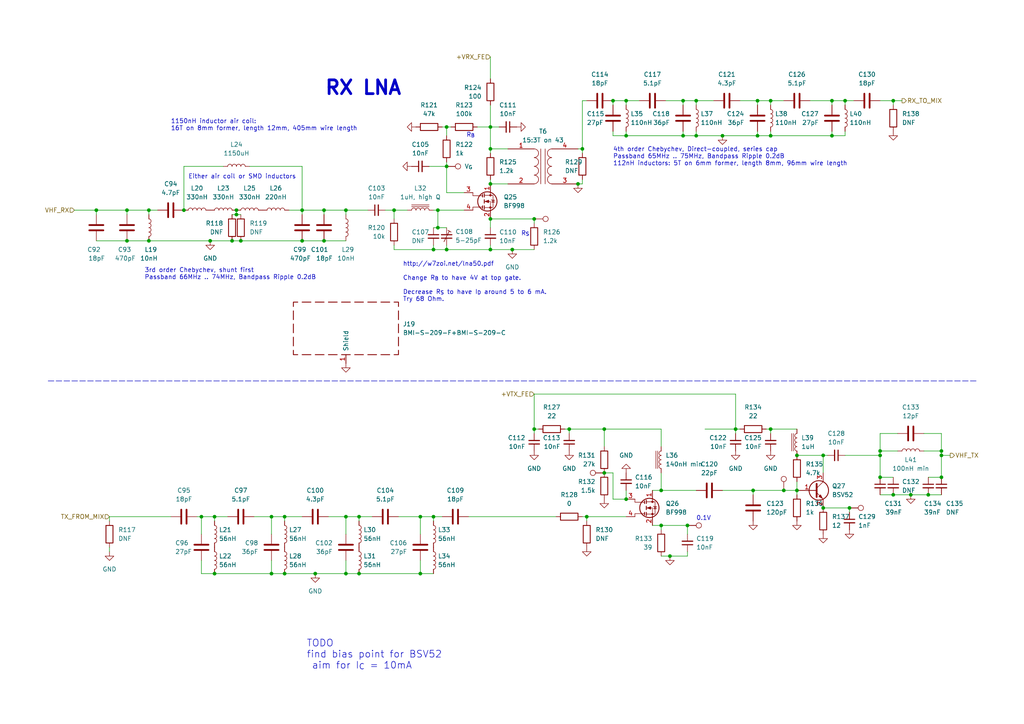
<source format=kicad_sch>
(kicad_sch (version 20211123) (generator eeschema)
  (paper "A4")
  (title_block (title "DART-70 TRX") (date "2023-03-08") (rev "0") (company "HB9EGM") (comment 1 "A 4m Band SSB/CW Transceiver") (comment 2 "VHF Frontend"))
  (junction (at 255.27 138.43))
  (junction (at 255.27 130.81))
  (junction (at 264.16 143.51))
  (junction (at 191.77 142.24))
  (junction (at 104.14 149.86))
  (junction (at 129.54 72.39))
  (junction (at 154.94 124.46))
  (junction (at 241.3 39.37))
  (junction (at 181.61 144.78))
  (junction (at 259.08 143.51))
  (junction (at 273.05 130.81))
  (junction (at 100.33 60.96))
  (junction (at 273.05 138.43))
  (junction (at 125.73 72.39))
  (junction (at 201.93 29.21))
  (junction (at 181.61 29.21))
  (junction (at 67.31 69.85))
  (junction (at 53.34 60.96))
  (junction (at 43.18 69.85))
  (junction (at 129.54 36.83))
  (junction (at 223.52 29.21))
  (junction (at 154.94 63.5))
  (junction (at 62.23 166.37))
  (junction (at 209.55 39.37))
  (junction (at 198.12 29.21))
  (junction (at 148.59 72.39))
  (junction (at 142.24 72.39))
  (junction (at 60.96 69.85))
  (junction (at 142.24 43.18))
  (junction (at 191.77 152.4))
  (junction (at 259.08 29.21))
  (junction (at 168.91 43.18))
  (junction (at 238.76 147.32))
  (junction (at 269.24 143.51))
  (junction (at 127 66.04))
  (junction (at 142.24 63.5))
  (junction (at 255.27 132.08))
  (junction (at 219.71 39.37))
  (junction (at 93.98 69.85))
  (junction (at 121.92 166.37))
  (junction (at 127 60.96))
  (junction (at 199.39 152.4))
  (junction (at 36.83 60.96))
  (junction (at 246.38 147.32))
  (junction (at 227.33 142.24))
  (junction (at 241.3 29.21))
  (junction (at 68.58 62.23))
  (junction (at 213.36 124.46))
  (junction (at 100.33 149.86))
  (junction (at 165.1 124.46))
  (junction (at 273.05 132.08))
  (junction (at 114.3 60.96))
  (junction (at 82.55 149.86))
  (junction (at 36.83 69.85))
  (junction (at 170.18 149.86))
  (junction (at 78.74 149.86))
  (junction (at 231.14 142.24))
  (junction (at 93.98 60.96))
  (junction (at 218.44 142.24))
  (junction (at 129.54 48.26))
  (junction (at 142.24 53.34))
  (junction (at 201.93 39.37))
  (junction (at 104.14 166.37))
  (junction (at 27.94 60.96))
  (junction (at 219.71 29.21))
  (junction (at 231.14 132.08))
  (junction (at 78.74 166.37))
  (junction (at 87.63 69.85))
  (junction (at 223.52 124.46))
  (junction (at 69.85 69.85))
  (junction (at 245.11 29.21))
  (junction (at 198.12 39.37))
  (junction (at 175.26 124.46))
  (junction (at 125.73 149.86))
  (junction (at 87.63 60.96))
  (junction (at 82.55 166.37))
  (junction (at 194.31 161.29))
  (junction (at 181.61 39.37))
  (junction (at 223.52 39.37))
  (junction (at 167.64 53.34))
  (junction (at 68.58 60.96))
  (junction (at 43.18 60.96))
  (junction (at 177.8 29.21))
  (junction (at 142.24 36.83))
  (junction (at 121.92 149.86))
  (junction (at 238.76 132.08))
  (junction (at 62.23 149.86))
  (junction (at 91.44 166.37))
  (junction (at 100.33 166.37))
  (junction (at 58.42 149.86))
  (junction (at 175.26 137.16))
  (wire (pts (xy 67.31 69.85) (xy 69.85 69.85)))
  (wire (pts (xy 181.61 29.21) (xy 181.61 30.48)))
  (wire (pts (xy 147.32 53.34) (xy 142.24 53.34)))
  (wire (pts (xy 219.71 39.37) (xy 219.71 38.1)))
  (wire (pts (xy 121.92 154.94) (xy 121.92 149.86)))
  (wire (pts (xy 93.98 60.96) (xy 93.98 62.23)))
  (wire (pts (xy 36.83 69.85) (xy 43.18 69.85)))
  (wire (pts (xy 213.36 125.73) (xy 213.36 124.46)))
  (wire (pts (xy 31.75 158.75) (xy 31.75 160.02)))
  (wire (pts (xy 154.94 125.73) (xy 154.94 124.46)))
  (wire (pts (xy 58.42 154.94) (xy 58.42 149.86)))
  (wire (pts (xy 273.05 138.43) (xy 269.24 138.43)))
  (wire (pts (xy 255.27 143.51) (xy 259.08 143.51)))
  (wire (pts (xy 238.76 132.08) (xy 240.03 132.08)))
  (wire (pts (xy 246.38 147.32) (xy 238.76 147.32)))
  (wire (pts (xy 82.55 151.13) (xy 82.55 149.86)))
  (wire (pts (xy 218.44 142.24) (xy 218.44 143.51)))
  (wire (pts (xy 255.27 130.81) (xy 255.27 132.08)))
  (wire (pts (xy 57.15 149.86) (xy 58.42 149.86)))
  (wire (pts (xy 31.75 149.86) (xy 49.53 149.86)))
  (wire (pts (xy 148.59 72.39) (xy 142.24 72.39)))
  (wire (pts (xy 223.52 39.37) (xy 241.3 39.37)))
  (wire (pts (xy 246.38 148.59) (xy 246.38 147.32)))
  (wire (pts (xy 177.8 137.16) (xy 177.8 144.78)))
  (wire (pts (xy 60.96 69.85) (xy 67.31 69.85)))
  (wire (pts (xy 27.94 60.96) (xy 36.83 60.96)))
  (wire (pts (xy 154.94 114.3) (xy 213.36 114.3)))
  (wire (pts (xy 125.73 60.96) (xy 127 60.96)))
  (wire (pts (xy 219.71 29.21) (xy 223.52 29.21)))
  (wire (pts (xy 87.63 69.85) (xy 93.98 69.85)))
  (wire (pts (xy 69.85 69.85) (xy 87.63 69.85)))
  (wire (pts (xy 142.24 53.34) (xy 142.24 52.07)))
  (wire (pts (xy 198.12 39.37) (xy 198.12 38.1)))
  (wire (pts (xy 273.05 132.08) (xy 273.05 138.43)))
  (wire (pts (xy 193.04 29.21) (xy 198.12 29.21)))
  (wire (pts (xy 191.77 152.4) (xy 189.23 152.4)))
  (wire (pts (xy 87.63 60.96) (xy 93.98 60.96)))
  (wire (pts (xy 241.3 39.37) (xy 241.3 38.1)))
  (polyline (pts (xy 13.97 110.49) (xy 283.21 110.49)))
  (wire (pts (xy 21.59 60.96) (xy 27.94 60.96)))
  (wire (pts (xy 31.75 151.13) (xy 31.75 149.86)))
  (wire (pts (xy 231.14 139.7) (xy 231.14 142.24)))
  (wire (pts (xy 43.18 69.85) (xy 60.96 69.85)))
  (wire (pts (xy 273.05 130.81) (xy 267.97 130.81)))
  (wire (pts (xy 142.24 63.5) (xy 142.24 66.04)))
  (wire (pts (xy 241.3 29.21) (xy 245.11 29.21)))
  (wire (pts (xy 177.8 144.78) (xy 181.61 144.78)))
  (wire (pts (xy 168.91 52.07) (xy 168.91 53.34)))
  (wire (pts (xy 72.39 48.26) (xy 87.63 48.26)))
  (wire (pts (xy 142.24 16.51) (xy 142.24 22.86)))
  (wire (pts (xy 175.26 124.46) (xy 191.77 124.46)))
  (wire (pts (xy 82.55 166.37) (xy 78.74 166.37)))
  (wire (pts (xy 181.61 29.21) (xy 185.42 29.21)))
  (wire (pts (xy 209.55 39.37) (xy 219.71 39.37)))
  (wire (pts (xy 121.92 162.56) (xy 121.92 166.37)))
  (wire (pts (xy 58.42 149.86) (xy 62.23 149.86)))
  (wire (pts (xy 93.98 69.85) (xy 100.33 69.85)))
  (wire (pts (xy 36.83 60.96) (xy 43.18 60.96)))
  (wire (pts (xy 128.27 36.83) (xy 129.54 36.83)))
  (wire (pts (xy 191.77 142.24) (xy 201.93 142.24)))
  (wire (pts (xy 73.66 149.86) (xy 78.74 149.86)))
  (wire (pts (xy 78.74 149.86) (xy 82.55 149.86)))
  (wire (pts (xy 121.92 149.86) (xy 125.73 149.86)))
  (wire (pts (xy 181.61 39.37) (xy 198.12 39.37)))
  (wire (pts (xy 273.05 130.81) (xy 273.05 132.08)))
  (wire (pts (xy 201.93 30.48) (xy 201.93 29.21)))
  (wire (pts (xy 199.39 160.02) (xy 199.39 161.29)))
  (wire (pts (xy 100.33 60.96) (xy 100.33 62.23)))
  (wire (pts (xy 199.39 161.29) (xy 194.31 161.29)))
  (wire (pts (xy 234.95 29.21) (xy 241.3 29.21)))
  (wire (pts (xy 170.18 29.21) (xy 168.91 29.21)))
  (wire (pts (xy 273.05 125.73) (xy 273.05 130.81)))
  (wire (pts (xy 114.3 72.39) (xy 125.73 72.39)))
  (wire (pts (xy 241.3 30.48) (xy 241.3 29.21)))
  (wire (pts (xy 213.36 124.46) (xy 214.63 124.46)))
  (wire (pts (xy 222.25 124.46) (xy 223.52 124.46)))
  (wire (pts (xy 78.74 162.56) (xy 78.74 166.37)))
  (wire (pts (xy 115.57 149.86) (xy 121.92 149.86)))
  (wire (pts (xy 241.3 39.37) (xy 245.11 39.37)))
  (wire (pts (xy 273.05 125.73) (xy 267.97 125.73)))
  (wire (pts (xy 142.24 72.39) (xy 142.24 71.12)))
  (wire (pts (xy 43.18 60.96) (xy 45.72 60.96)))
  (wire (pts (xy 142.24 36.83) (xy 142.24 30.48)))
  (wire (pts (xy 43.18 60.96) (xy 43.18 62.23)))
  (wire (pts (xy 168.91 53.34) (xy 167.64 53.34)))
  (wire (pts (xy 259.08 29.21) (xy 261.62 29.21)))
  (wire (pts (xy 142.24 44.45) (xy 142.24 43.18)))
  (wire (pts (xy 154.94 124.46) (xy 156.21 124.46)))
  (wire (pts (xy 191.77 161.29) (xy 194.31 161.29)))
  (wire (pts (xy 201.93 39.37) (xy 198.12 39.37)))
  (wire (pts (xy 100.33 154.94) (xy 100.33 149.86)))
  (wire (pts (xy 223.52 29.21) (xy 227.33 29.21)))
  (wire (pts (xy 198.12 30.48) (xy 198.12 29.21)))
  (wire (pts (xy 58.42 166.37) (xy 58.42 162.56)))
  (wire (pts (xy 135.89 149.86) (xy 161.29 149.86)))
  (wire (pts (xy 147.32 43.18) (xy 142.24 43.18)))
  (wire (pts (xy 125.73 72.39) (xy 129.54 72.39)))
  (wire (pts (xy 104.14 151.13) (xy 104.14 149.86)))
  (wire (pts (xy 125.73 66.04) (xy 127 66.04)))
  (wire (pts (xy 167.64 43.18) (xy 168.91 43.18)))
  (wire (pts (xy 68.58 60.96) (xy 68.58 62.23)))
  (wire (pts (xy 58.42 166.37) (xy 62.23 166.37)))
  (wire (pts (xy 165.1 125.73) (xy 165.1 124.46)))
  (wire (pts (xy 198.12 29.21) (xy 201.93 29.21)))
  (wire (pts (xy 213.36 114.3) (xy 213.36 124.46)))
  (wire (pts (xy 125.73 71.12) (xy 125.73 72.39)))
  (wire (pts (xy 154.94 72.39) (xy 148.59 72.39)))
  (wire (pts (xy 62.23 149.86) (xy 62.23 151.13)))
  (wire (pts (xy 129.54 36.83) (xy 129.54 39.37)))
  (wire (pts (xy 154.94 64.77) (xy 154.94 63.5)))
  (wire (pts (xy 255.27 130.81) (xy 260.35 130.81)))
  (wire (pts (xy 201.93 29.21) (xy 207.01 29.21)))
  (wire (pts (xy 125.73 151.13) (xy 125.73 149.86)))
  (wire (pts (xy 114.3 71.12) (xy 114.3 72.39)))
  (wire (pts (xy 177.8 39.37) (xy 181.61 39.37)))
  (wire (pts (xy 245.11 30.48) (xy 245.11 29.21)))
  (wire (pts (xy 168.91 44.45) (xy 168.91 43.18)))
  (wire (pts (xy 177.8 29.21) (xy 181.61 29.21)))
  (wire (pts (xy 259.08 30.48) (xy 259.08 29.21)))
  (wire (pts (xy 223.52 30.48) (xy 223.52 29.21)))
  (wire (pts (xy 104.14 166.37) (xy 121.92 166.37)))
  (wire (pts (xy 127 60.96) (xy 134.62 60.96)))
  (wire (pts (xy 223.52 125.73) (xy 223.52 124.46)))
  (wire (pts (xy 177.8 30.48) (xy 177.8 29.21)))
  (wire (pts (xy 127 66.04) (xy 127 60.96)))
  (wire (pts (xy 191.77 152.4) (xy 191.77 153.67)))
  (wire (pts (xy 201.93 39.37) (xy 209.55 39.37)))
  (wire (pts (xy 124.46 48.26) (xy 129.54 48.26)))
  (wire (pts (xy 100.33 60.96) (xy 106.68 60.96)))
  (wire (pts (xy 273.05 132.08) (xy 275.59 132.08)))
  (wire (pts (xy 245.11 29.21) (xy 247.65 29.21)))
  (wire (pts (xy 114.3 63.5) (xy 114.3 60.96)))
  (wire (pts (xy 62.23 149.86) (xy 66.04 149.86)))
  (wire (pts (xy 165.1 124.46) (xy 175.26 124.46)))
  (wire (pts (xy 91.44 166.37) (xy 100.33 166.37)))
  (wire (pts (xy 168.91 149.86) (xy 170.18 149.86)))
  (wire (pts (xy 129.54 46.99) (xy 129.54 48.26)))
  (wire (pts (xy 245.11 39.37) (xy 245.11 38.1)))
  (wire (pts (xy 121.92 166.37) (xy 125.73 166.37)))
  (wire (pts (xy 100.33 149.86) (xy 104.14 149.86)))
  (wire (pts (xy 130.81 36.83) (xy 129.54 36.83)))
  (wire (pts (xy 238.76 137.16) (xy 238.76 132.08)))
  (wire (pts (xy 95.25 149.86) (xy 100.33 149.86)))
  (wire (pts (xy 175.26 129.54) (xy 175.26 124.46)))
  (wire (pts (xy 201.93 39.37) (xy 201.93 38.1)))
  (wire (pts (xy 53.34 48.26) (xy 53.34 60.96)))
  (wire (pts (xy 255.27 125.73) (xy 255.27 130.81)))
  (wire (pts (xy 209.55 142.24) (xy 218.44 142.24)))
  (wire (pts (xy 219.71 30.48) (xy 219.71 29.21)))
  (wire (pts (xy 264.16 143.51) (xy 269.24 143.51)))
  (wire (pts (xy 191.77 129.54) (xy 191.77 124.46)))
  (wire (pts (xy 231.14 142.24) (xy 231.14 143.51)))
  (wire (pts (xy 104.14 149.86) (xy 107.95 149.86)))
  (wire (pts (xy 170.18 151.13) (xy 170.18 149.86)))
  (wire (pts (xy 27.94 69.85) (xy 36.83 69.85)))
  (wire (pts (xy 125.73 149.86) (xy 128.27 149.86)))
  (wire (pts (xy 82.55 149.86) (xy 87.63 149.86)))
  (wire (pts (xy 255.27 125.73) (xy 260.35 125.73)))
  (wire (pts (xy 64.77 48.26) (xy 53.34 48.26)))
  (wire (pts (xy 181.61 39.37) (xy 181.61 38.1)))
  (wire (pts (xy 227.33 142.24) (xy 231.14 142.24)))
  (wire (pts (xy 181.61 144.78) (xy 181.61 142.24)))
  (wire (pts (xy 154.94 63.5) (xy 142.24 63.5)))
  (wire (pts (xy 259.08 143.51) (xy 264.16 143.51)))
  (wire (pts (xy 87.63 48.26) (xy 87.63 60.96)))
  (wire (pts (xy 87.63 60.96) (xy 87.63 62.23)))
  (wire (pts (xy 214.63 29.21) (xy 219.71 29.21)))
  (wire (pts (xy 36.83 60.96) (xy 36.83 62.23)))
  (wire (pts (xy 223.52 39.37) (xy 223.52 38.1)))
  (wire (pts (xy 83.82 60.96) (xy 87.63 60.96)))
  (wire (pts (xy 245.11 132.08) (xy 255.27 132.08)))
  (wire (pts (xy 199.39 154.94) (xy 199.39 152.4)))
  (wire (pts (xy 255.27 138.43) (xy 259.08 138.43)))
  (wire (pts (xy 191.77 137.16) (xy 191.77 142.24)))
  (wire (pts (xy 189.23 142.24) (xy 191.77 142.24)))
  (wire (pts (xy 129.54 72.39) (xy 142.24 72.39)))
  (wire (pts (xy 218.44 142.24) (xy 227.33 142.24)))
  (wire (pts (xy 238.76 132.08) (xy 231.14 132.08)))
  (wire (pts (xy 78.74 154.94) (xy 78.74 149.86)))
  (wire (pts (xy 27.94 60.96) (xy 27.94 62.23)))
  (wire (pts (xy 255.27 29.21) (xy 259.08 29.21)))
  (wire (pts (xy 175.26 137.16) (xy 177.8 137.16)))
  (wire (pts (xy 142.24 36.83) (xy 144.78 36.83)))
  (wire (pts (xy 138.43 36.83) (xy 142.24 36.83)))
  (wire (pts (xy 204.47 124.46) (xy 213.36 124.46)))
  (wire (pts (xy 68.58 62.23) (xy 69.85 62.23)))
  (wire (pts (xy 168.91 29.21) (xy 168.91 43.18)))
  (wire (pts (xy 177.8 39.37) (xy 177.8 38.1)))
  (wire (pts (xy 129.54 55.88) (xy 134.62 55.88)))
  (wire (pts (xy 163.83 124.46) (xy 165.1 124.46)))
  (wire (pts (xy 111.76 60.96) (xy 114.3 60.96)))
  (wire (pts (xy 129.54 48.26) (xy 129.54 55.88)))
  (wire (pts (xy 129.54 66.04) (xy 127 66.04)))
  (wire (pts (xy 219.71 39.37) (xy 223.52 39.37)))
  (wire (pts (xy 170.18 149.86) (xy 181.61 149.86)))
  (wire (pts (xy 129.54 71.12) (xy 129.54 72.39)))
  (wire (pts (xy 100.33 166.37) (xy 104.14 166.37)))
  (wire (pts (xy 62.23 166.37) (xy 78.74 166.37)))
  (wire (pts (xy 114.3 60.96) (xy 118.11 60.96)))
  (wire (pts (xy 223.52 124.46) (xy 231.14 124.46)))
  (wire (pts (xy 142.24 43.18) (xy 142.24 36.83)))
  (wire (pts (xy 199.39 152.4) (xy 191.77 152.4)))
  (wire (pts (xy 269.24 143.51) (xy 273.05 143.51)))
  (wire (pts (xy 100.33 162.56) (xy 100.33 166.37)))
  (wire (pts (xy 255.27 132.08) (xy 255.27 138.43)))
  (wire (pts (xy 154.94 114.3) (xy 154.94 124.46)))
  (wire (pts (xy 67.31 62.23) (xy 68.58 62.23)))
  (wire (pts (xy 82.55 166.37) (xy 91.44 166.37)))
  (wire (pts (xy 93.98 60.96) (xy 100.33 60.96)))
  (text "R_{B}" (at 135.255 40.005 0) (effects (font (size 1.27 1.27)) (justify left bottom)))
  (text "R_{S}" (at 151.13 68.58 0) (effects (font (size 1.27 1.27)) (justify left bottom)))
  (text "RX LNA" (at 93.98 27.94 0) (effects (font (size 4 4) (thickness 0.8) bold) (justify left bottom)))
  (text "Either air coil or SMD inductors" (at 54.61 52.07 0) (effects (font (size 1.27 1.27)) (justify left bottom)))
  (text "TODO\nfind bias point for BSV52\n aim for I_{C} = 10mA" (at 88.9 194.31 0) (effects (font (size 2 2)) (justify left bottom)))
  (text "http://w7zoi.net/lna50.pdf\n\nChange R_{B} to have 4V at top gate.\n\nDecrease R_{S} to have I_{D} around 5 to 6 mA.\nTry 68 Ohm." (at 116.84 87.63 0) (effects (font (size 1.27 1.27)) (justify left bottom)))
  (text "4th order Chebychev, Direct-coupled, series cap\nPassband 65MHz .. 75MHz, Bandpass Ripple 0.2dB\n112nH inductors: 5T on 6mm former, length 8mm, 96mm wire length" (at 177.8 48.26 0) (effects (font (size 1.27 1.27)) (justify left bottom)))
  (text "1150nH inductor air coil:\n16T on 8mm former, length 12mm, 405mm wire length" (at 49.53 38.1 0) (effects (font (size 1.27 1.27)) (justify left bottom)))
  (text "0.1V" (at 201.93 151.13 0) (effects (font (size 1.27 1.27)) (justify left bottom)))
  (text "3rd order Chebychev, shunt first\nPassband 66MHz .. 74MHz, Bandpass Ripple 0.2dB" (at 41.91 81.28 0) (effects (font (size 1.27 1.27)) (justify left bottom)))
  (hierarchical_label "+VTX_FE" (shape input) (at 154.94 114.3 180))
  (hierarchical_label "+VRX_FE" (shape input) (at 142.24 16.51 180))
  (hierarchical_label "VHF_RX" (shape input) (at 21.59 60.96 180))
  (hierarchical_label "VHF_TX" (shape output) (at 275.59 132.08 0))
  (hierarchical_label "TX_FROM_MIX" (shape input) (at 31.75 149.86 180))
  (hierarchical_label "RX_TO_MIX" (shape output) (at 261.62 29.21 0))
  (symbol (lib_id "Device:C_Small") (at 121.92 48.26 90) (unit 1)
    (property "Reference" "C105" (at 121.9263 41.91 90))
    (property "Value" "10nF" (at 121.9263 44.45 90))
    (property "Footprint" "Capacitor_SMD:C_0805_2012Metric_Pad1.18x1.45mm_HandSolder" (effects hide))
    (property "MPN" "VJ0805A103KXJTBC" (effects hide))
    (property "Need_order" "0" (effects hide))
  )
  (symbol (lib_id "Device:R") (at 231.14 135.89 0) (mirror y) (unit 1)
    (property "Reference" "R135" (at 233.68 134.6199 0) (effects (justify right)))
    (property "Value" "4.7k" (at 233.68 137.1599 0) (effects (justify right)))
    (property "Footprint" "Resistor_SMD:R_0603_1608Metric_Pad0.98x0.95mm_HandSolder" (effects hide))
    (property "Need_order" "0" (effects hide))
  )
  (symbol (lib_id "Device:C_Small") (at 223.52 128.27 0) (mirror x) (unit 1)
    (property "Reference" "C125" (at 220.98 126.9935 0) (effects (justify right)))
    (property "Value" "10nF" (at 220.98 129.5335 0) (effects (justify right)))
    (property "Footprint" "Capacitor_SMD:C_0805_2012Metric_Pad1.18x1.45mm_HandSolder" (effects hide))
    (property "MPN" "VJ0805A103KXJTBC" (effects hide))
    (property "Need_order" "0" (effects hide))
  )
  (symbol (lib_id "Device:C_Small") (at 269.24 140.97 0) (mirror y) (unit 1)
    (property "Reference" "C134" (at 267.97 146.05 0) (effects (justify right)))
    (property "Value" "39nF" (at 267.97 148.59 0) (effects (justify right)))
    (property "Footprint" "Capacitor_SMD:C_0805_2012Metric_Pad1.18x1.45mm_HandSolder" (effects hide))
    (property "Need_order" "0" (effects hide))
  )
  (symbol (lib_id "Device:C") (at 173.99 29.21 90) (unit 1)
    (property "Reference" "C114" (at 173.99 21.59 90))
    (property "Value" "18pF" (at 173.99 24.13 90))
    (property "Footprint" "Capacitor_SMD:C_0603_1608Metric_Pad1.08x0.95mm_HandSolder" (effects hide))
    (property "Datasheet" "/home/bram/Sync/Doc/Datasheet/CBR KEMET capacitors.pdf" (effects hide))
    (property "MPN" "CBR" (effects hide))
    (property "Need_order" "0" (effects hide))
  )
  (symbol (lib_id "Connector:TestPoint") (at 199.39 152.4 270) (unit 1)
    (property "Reference" "TP10" (effects hide))
    (property "Value" "V_{S}" (effects hide))
    (property "Footprint" "TestPoint:TestPoint_Pad_D2.0mm" (effects hide))
    (property "Need_order" "0" (effects hide))
  )
  (symbol (lib_id "Device:C") (at 100.33 158.75 180) (unit 1)
    (property "Reference" "C102" (at 96.52 157.4799 0) (effects (justify left)))
    (property "Value" "36pF" (at 96.52 160.0199 0) (effects (justify left)))
    (property "Footprint" "Capacitor_SMD:C_0603_1608Metric_Pad1.08x0.95mm_HandSolder" (effects hide))
    (property "Datasheet" "/home/bram/Sync/Doc/Datasheet/CBR KEMET capacitors.pdf" (effects hide))
    (property "MPN" "CBR" (effects hide))
    (property "Need_order" "0" (effects hide))
  )
  (symbol (lib_id "Device:C") (at 205.74 142.24 90) (unit 1)
    (property "Reference" "C120" (at 205.74 134.62 90))
    (property "Value" "22pF" (at 205.74 137.16 90))
    (property "Footprint" "Capacitor_SMD:C_0603_1608Metric_Pad1.08x0.95mm_HandSolder" (effects hide))
    (property "Datasheet" "/home/bram/Sync/Doc/Datasheet/CBR KEMET capacitors.pdf" (effects hide))
    (property "MPN" "CBR" (effects hide))
    (property "Need_order" "0" (effects hide))
  )
  (symbol (lib_id "Device:R") (at 67.31 66.04 0) (unit 1)
    (property "Reference" "R118" (at 64.77 64.7699 0) (effects (justify right)))
    (property "Value" "DNF" (at 64.77 67.3099 0) (effects (justify right)))
    (property "Footprint" "Resistor_SMD:R_0805_2012Metric_Pad1.20x1.40mm_HandSolder" (effects hide))
    (property "Need_order" "0" (effects hide))
  )
  (symbol (lib_id "power:GND") (at 154.94 130.81 0) (mirror y) (unit 1)
    (property "Reference" "#PWR0155" (effects hide))
    (property "Value" "GND" (at 154.94 135.89 0))
  )
  (symbol (lib_id "Device:C") (at 241.3 34.29 180) (unit 1)
    (property "Reference" "C127" (at 237.49 33.0199 0) (effects (justify left)))
    (property "Value" "27pF" (at 237.49 35.5599 0) (effects (justify left)))
    (property "Footprint" "Capacitor_SMD:C_0603_1608Metric_Pad1.08x0.95mm_HandSolder" (effects hide))
    (property "Datasheet" "/home/bram/Sync/Doc/Datasheet/CBR KEMET capacitors.pdf" (effects hide))
    (property "MPN" "CBR" (effects hide))
    (property "Need_order" "0" (effects hide))
  )
  (symbol (lib_id "power:GND") (at 238.76 154.94 0) (unit 1)
    (property "Reference" "#PWR0167" (effects hide))
    (property "Value" "GND" (effects hide))
  )
  (symbol (lib_id "Device:R") (at 175.26 133.35 0) (mirror x) (unit 1)
    (property "Reference" "R131" (at 172.72 132.0799 0) (effects (justify right)))
    (property "Value" "27k" (at 172.72 134.6199 0) (effects (justify right)))
    (property "Footprint" "Resistor_SMD:R_0603_1608Metric_Pad0.98x0.95mm_HandSolder" (effects hide))
    (property "Need_order" "0" (effects hide))
  )
  (symbol (lib_id "Device:R") (at 129.54 43.18 0) (unit 1)
    (property "Reference" "R122" (at 132.08 41.9099 0) (effects (justify left)))
    (property "Value" "1k" (at 132.08 44.4499 0) (effects (justify left)))
    (property "Footprint" "Resistor_SMD:R_0603_1608Metric_Pad0.98x0.95mm_HandSolder" (effects hide))
    (property "Need_order" "0" (effects hide))
  )
  (symbol (lib_id "Connector:TestPoint") (at 227.33 142.24 0) (unit 1)
    (property "Reference" "TP11" (effects hide))
    (property "Value" "V_{G}" (effects hide))
    (property "Footprint" "TestPoint:TestPoint_Pad_D2.0mm" (effects hide))
    (property "Need_order" "0" (effects hide))
  )
  (symbol (lib_id "Device:L") (at 245.11 34.29 0) (unit 1)
    (property "Reference" "L40" (at 246.38 33.0199 0) (effects (justify left)))
    (property "Value" "110nH" (at 246.38 35.5599 0) (effects (justify left)))
    (property "Footprint" "mpb:AirCoil-8mm-or-2-series-1008" (effects hide))
    (property "MPN" "2x LQW2BAS56NG00L" (effects hide))
    (property "Need_order" "0" (effects hide))
  )
  (symbol (lib_id "power:GND") (at 167.64 53.34 0) (unit 1)
    (property "Reference" "#PWR0157" (effects hide))
    (property "Value" "GND" (effects hide))
  )
  (symbol (lib_id "Device:C") (at 111.76 149.86 270) (unit 1)
    (property "Reference" "C104" (at 111.76 142.24 90))
    (property "Value" "5.1pF" (at 111.76 144.78 90))
    (property "Footprint" "Capacitor_SMD:C_0603_1608Metric_Pad1.08x0.95mm_HandSolder" (effects hide))
    (property "Datasheet" "/home/bram/Sync/Doc/Datasheet/CBR KEMET capacitors.pdf" (effects hide))
    (property "MPN" "CBR" (effects hide))
    (property "Need_order" "0" (effects hide))
  )
  (symbol (lib_id "Device:C_Small") (at 181.61 139.7 0) (mirror y) (unit 1)
    (property "Reference" "C116" (at 184.15 138.4362 0) (effects (justify right)))
    (property "Value" "10nF" (at 184.15 140.9762 0) (effects (justify right)))
    (property "Footprint" "Capacitor_SMD:C_0805_2012Metric_Pad1.18x1.45mm_HandSolder" (effects hide))
    (property "MPN" "VJ0805A103KXJTBC" (effects hide))
    (property "Need_order" "0" (effects hide))
  )
  (symbol (lib_id "Connector:TestPoint") (at 246.38 147.32 270) (unit 1)
    (property "Reference" "TP12" (effects hide))
    (property "Value" "V_{E}" (effects hide))
    (property "Footprint" "TestPoint:TestPoint_Pad_D2.0mm" (effects hide))
    (property "Need_order" "0" (effects hide))
  )
  (symbol (lib_id "Device:C") (at 189.23 29.21 90) (unit 1)
    (property "Reference" "C117" (at 189.23 21.59 90))
    (property "Value" "5.1pF" (at 189.23 24.13 90))
    (property "Footprint" "Capacitor_SMD:C_0603_1608Metric_Pad1.08x0.95mm_HandSolder" (effects hide))
    (property "Datasheet" "/home/bram/Sync/Doc/Datasheet/CBR KEMET capacitors.pdf" (effects hide))
    (property "MPN" "CBR" (effects hide))
    (property "Need_order" "0" (effects hide))
  )
  (symbol (lib_id "Device:R") (at 231.14 147.32 0) (mirror y) (unit 1)
    (property "Reference" "R136" (at 233.68 146.0499 0) (effects (justify right)))
    (property "Value" "1k" (at 233.68 148.5899 0) (effects (justify right)))
    (property "Footprint" "Resistor_SMD:R_0603_1608Metric_Pad0.98x0.95mm_HandSolder" (effects hide))
    (property "Need_order" "0" (effects hide))
  )
  (symbol (lib_id "Connector:TestPoint") (at 154.94 63.5 270) (unit 1)
    (property "Reference" "TP8" (effects hide))
    (property "Value" "V_{S}" (effects hide))
    (property "Footprint" "TestPoint:TestPoint_Pad_D2.0mm" (effects hide))
    (property "Need_order" "0" (effects hide))
  )
  (symbol (lib_id "Device:L") (at 57.15 60.96 90) (unit 1)
    (property "Reference" "L20" (at 57.15 54.61 90))
    (property "Value" "330nH" (at 57.15 57.15 90))
    (property "Footprint" "Inductor_SMD:L_0805_2012Metric_Pad1.15x1.40mm_HandSolder" (effects hide))
    (property "MPN" "LQW2BASR33G00L" (effects hide))
    (property "Need_order" "0" (effects hide))
  )
  (symbol (lib_id "Device:C") (at 264.16 125.73 90) (unit 1)
    (property "Reference" "C133" (at 264.16 118.11 90))
    (property "Value" "12pF" (at 264.16 120.65 90))
    (property "Footprint" "Capacitor_SMD:C_0603_1608Metric_Pad1.08x0.95mm_HandSolder" (effects hide))
    (property "Datasheet" "/home/bram/Sync/Doc/Datasheet/CBR KEMET capacitors.pdf" (effects hide))
    (property "MPN" "CBR" (effects hide))
    (property "Need_order" "0" (effects hide))
  )
  (symbol (lib_id "Connector:TestPoint") (at 175.26 137.16 90) (unit 1)
    (property "Reference" "TP9" (effects hide))
    (property "Value" "V_{G1}" (effects hide))
    (property "Footprint" "TestPoint:TestPoint_Pad_D2.0mm" (effects hide))
    (property "Need_order" "0" (effects hide))
  )
  (symbol (lib_id "Device:L") (at 125.73 162.56 0) (unit 1)
    (property "Reference" "L34" (at 127 161.2899 0) (effects (justify left)))
    (property "Value" "56nH" (at 127 163.8299 0) (effects (justify left)))
    (property "Footprint" "Inductor_SMD:L_1008_2520Metric_Pad1.43x2.20mm_HandSolder" (effects hide))
    (property "MPN" "LQW2BAS56NG00L" (effects hide))
    (property "Need_order" "0" (effects hide))
  )
  (symbol (lib_id "Device:C") (at 91.44 149.86 270) (unit 1)
    (property "Reference" "C100" (at 91.44 142.24 90))
    (property "Value" "4.3pF" (at 91.44 144.78 90))
    (property "Footprint" "Capacitor_SMD:C_0603_1608Metric_Pad1.08x0.95mm_HandSolder" (effects hide))
    (property "Datasheet" "/home/bram/Sync/Doc/Datasheet/CBR KEMET capacitors.pdf" (effects hide))
    (property "MPN" "CBR" (effects hide))
    (property "Need_order" "0" (effects hide))
  )
  (symbol (lib_id "Device:C") (at 219.71 34.29 180) (unit 1)
    (property "Reference" "C124" (at 215.9 33.0199 0) (effects (justify left)))
    (property "Value" "36pF" (at 215.9 35.5599 0) (effects (justify left)))
    (property "Footprint" "Capacitor_SMD:C_0603_1608Metric_Pad1.08x0.95mm_HandSolder" (effects hide))
    (property "Datasheet" "/home/bram/Sync/Doc/Datasheet/CBR KEMET capacitors.pdf" (effects hide))
    (property "MPN" "CBR" (effects hide))
    (property "Need_order" "0" (effects hide))
  )
  (symbol (lib_id "Device:L") (at 72.39 60.96 90) (unit 1)
    (property "Reference" "L25" (at 72.39 54.61 90))
    (property "Value" "330nH" (at 72.39 57.15 90))
    (property "Footprint" "Inductor_SMD:L_0805_2012Metric_Pad1.15x1.40mm_HandSolder" (effects hide))
    (property "MPN" "LQW2BASR33G00L" (effects hide))
    (property "Need_order" "0" (effects hide))
  )
  (symbol (lib_id "Device:R") (at 165.1 149.86 270) (unit 1)
    (property "Reference" "R128" (at 165.1 143.51 90))
    (property "Value" "0" (at 165.1 146.05 90))
    (property "Footprint" "Resistor_SMD:R_0603_1608Metric_Pad0.98x0.95mm_HandSolder" (effects hide))
    (property "Need_order" "0" (effects hide))
  )
  (symbol (lib_id "power:GND") (at 120.65 36.83 270) (unit 1)
    (property "Reference" "#PWR0152" (effects hide))
    (property "Value" "GND" (effects hide))
  )
  (symbol (lib_id "Device:C_Small") (at 242.57 132.08 270) (mirror x) (unit 1)
    (property "Reference" "C128" (at 242.5636 125.73 90))
    (property "Value" "10nF" (at 242.5636 128.27 90))
    (property "Footprint" "Capacitor_SMD:C_0805_2012Metric_Pad1.18x1.45mm_HandSolder" (effects hide))
    (property "MPN" "VJ0805A103KXJTBC" (effects hide))
    (property "Need_order" "0" (effects hide))
  )
  (symbol (lib_id "power:GND") (at 259.08 38.1 0) (unit 1)
    (property "Reference" "#PWR0169" (effects hide))
    (property "Value" "GND" (effects hide))
  )
  (symbol (lib_id "Device:C") (at 53.34 149.86 90) (unit 1)
    (property "Reference" "C95" (at 53.34 142.24 90))
    (property "Value" "18pF" (at 53.34 144.78 90))
    (property "Footprint" "Capacitor_SMD:C_0603_1608Metric_Pad1.08x0.95mm_HandSolder" (effects hide))
    (property "Datasheet" "/home/bram/Sync/Doc/Datasheet/CBR KEMET capacitors.pdf" (effects hide))
    (property "MPN" "CBR" (effects hide))
    (property "Need_order" "0" (effects hide))
  )
  (symbol (lib_id "power:GND") (at 170.18 158.75 0) (unit 1)
    (property "Reference" "#PWR0158" (effects hide))
    (property "Value" "GND" (effects hide))
  )
  (symbol (lib_id "Device:L") (at 62.23 154.94 0) (unit 1)
    (property "Reference" "L21" (at 63.5 153.6699 0) (effects (justify left)))
    (property "Value" "56nH" (at 63.5 156.2099 0) (effects (justify left)))
    (property "Footprint" "Inductor_SMD:L_1008_2520Metric_Pad1.43x2.20mm_HandSolder" (effects hide))
    (property "MPN" "LQW2BAS56NG00L" (effects hide))
    (property "Need_order" "0" (effects hide))
  )
  (symbol (lib_id "Device:C_Small") (at 259.08 140.97 0) (mirror y) (unit 1)
    (property "Reference" "C132" (at 261.62 139.7062 0) (effects (justify right)))
    (property "Value" "DNF" (at 261.62 142.2462 0) (effects (justify right)))
    (property "Footprint" "Capacitor_SMD:C_0805_2012Metric_Pad1.18x1.45mm_HandSolder" (effects hide))
    (property "Need_order" "0" (effects hide))
  )
  (symbol (lib_id "power:GND") (at 231.14 151.13 0) (unit 1)
    (property "Reference" "#PWR0166" (effects hide))
    (property "Value" "GND" (effects hide))
  )
  (symbol (lib_id "Device:R") (at 154.94 68.58 0) (unit 1)
    (property "Reference" "R126" (at 157.48 67.3099 0) (effects (justify left)))
    (property "Value" "1.2k" (at 157.48 69.8499 0) (effects (justify left)))
    (property "Footprint" "Resistor_SMD:R_0603_1608Metric_Pad0.98x0.95mm_HandSolder" (effects hide))
    (property "Need_order" "0" (effects hide))
  )
  (symbol (lib_id "Device:C") (at 251.46 29.21 90) (unit 1)
    (property "Reference" "C130" (at 251.46 21.59 90))
    (property "Value" "18pF" (at 251.46 24.13 90))
    (property "Footprint" "Capacitor_SMD:C_0603_1608Metric_Pad1.08x0.95mm_HandSolder" (effects hide))
    (property "Datasheet" "/home/bram/Sync/Doc/Datasheet/CBR KEMET capacitors.pdf" (effects hide))
    (property "MPN" "CBR" (effects hide))
    (property "Need_order" "0" (effects hide))
  )
  (symbol (lib_id "Device:C_Small") (at 142.24 68.58 0) (unit 1)
    (property "Reference" "C110" (at 144.78 67.3162 0) (effects (justify left)))
    (property "Value" "10nF" (at 144.78 69.8562 0) (effects (justify left)))
    (property "Footprint" "Capacitor_SMD:C_0805_2012Metric_Pad1.18x1.45mm_HandSolder" (effects hide))
    (property "MPN" "VJ0805A103KXJTBC" (effects hide))
    (property "Need_order" "0" (effects hide))
  )
  (symbol (lib_id "Device:R") (at 69.85 66.04 0) (unit 1)
    (property "Reference" "R119" (at 72.39 64.7699 0) (effects (justify left)))
    (property "Value" "DNF" (at 72.39 67.3099 0) (effects (justify left)))
    (property "Footprint" "Resistor_SMD:R_0805_2012Metric_Pad1.20x1.40mm_HandSolder" (effects hide))
    (property "Need_order" "0" (effects hide))
  )
  (symbol (lib_id "mpb:BF998") (at 186.69 147.32 0) (unit 1)
    (property "Reference" "Q26" (at 193.04 146.0499 0) (effects (justify left)))
    (property "Value" "BF998" (at 193.04 148.5899 0) (effects (justify left)))
    (property "Footprint" "Package_TO_SOT_SMD:SOT-143" (effects hide))
    (property "Datasheet" "/home/bram/Sync/Doc/Datasheet/BF998.pdf" (effects hide))
    (property "MPN" "BF998E6327HTSA1" (effects hide))
    (property "Need_order" "0" (effects hide))
  )
  (symbol (lib_id "Transistor_BJT:MMBT3904") (at 236.22 142.24 0) (unit 1)
    (property "Reference" "Q27" (at 241.3 140.9699 0) (effects (justify left)))
    (property "Value" "BSV52" (at 241.3 143.5099 0) (effects (justify left)))
    (property "Footprint" "Package_TO_SOT_SMD:SOT-23" (effects hide))
    (property "Datasheet" "/home/bram/Sync/Doc/Datasheet/BSV52LT1_D-1803134.pdf" (effects hide))
    (property "MPN" "BSV52LT1G" (effects hide))
    (property "Need_order" "0" (effects hide))
  )
  (symbol (lib_id "Device:C") (at 177.8 34.29 180) (unit 1)
    (property "Reference" "C115" (at 170.18 33.02 0) (effects (justify right)))
    (property "Value" "27pF" (at 170.18 35.56 0) (effects (justify right)))
    (property "Footprint" "Capacitor_SMD:C_0603_1608Metric_Pad1.08x0.95mm_HandSolder" (effects hide))
    (property "Datasheet" "/home/bram/Sync/Doc/Datasheet/CBR KEMET capacitors.pdf" (effects hide))
    (property "MPN" "CBR" (effects hide))
    (property "Need_order" "0" (effects hide))
  )
  (symbol (lib_id "power:GND") (at 246.38 153.67 0) (unit 1)
    (property "Reference" "#PWR0168" (effects hide))
    (property "Value" "GND" (effects hide))
  )
  (symbol (lib_id "power:GND") (at 175.26 144.78 0) (mirror y) (unit 1)
    (property "Reference" "#PWR0159" (effects hide))
    (property "Value" "GND" (effects hide))
  )
  (symbol (lib_id "Device:C") (at 218.44 147.32 180) (unit 1)
    (property "Reference" "C123" (at 222.25 146.0499 0) (effects (justify right)))
    (property "Value" "120pF" (at 222.25 148.5899 0) (effects (justify right)))
    (property "Footprint" "Capacitor_SMD:C_0805_2012Metric_Pad1.18x1.45mm_HandSolder" (effects hide))
    (property "MPN" "VJ0805A121GXXPBC" (effects hide))
    (property "Need_order" "0" (effects hide))
  )
  (symbol (lib_id "Device:C_Trim_Small") (at 129.54 68.58 0) (unit 1)
    (property "Reference" "C108" (at 132.08 67.1829 0) (effects (justify left)))
    (property "Value" "5-25pF" (at 132.08 69.7229 0) (effects (justify left)))
    (property "Footprint" "mpb:C_Trimmer_Voltronics_JZ" (effects hide))
    (property "Datasheet" "/home/bram/Sync/Doc/Datasheet/J_Series_Trim-cap-Knowles.pdf" (effects hide))
    (property "MPN" "JZ-300" (effects hide))
    (property "Need_order" "0" (effects hide))
  )
  (symbol (lib_id "Device:L") (at 100.33 66.04 0) (unit 1)
    (property "Reference" "L29" (at 99.06 72.39 0) (effects (justify left)))
    (property "Value" "10nH" (at 97.79 74.93 0) (effects (justify left)))
    (property "Footprint" "Inductor_SMD:L_0805_2012Metric_Pad1.15x1.40mm_HandSolder" (effects hide))
    (property "MPN" "LQW18AS10NJ00D" (effects hide))
    (property "Need_order" "0" (effects hide))
  )
  (symbol (lib_id "power:GND") (at 213.36 130.81 0) (mirror y) (unit 1)
    (property "Reference" "#PWR0163" (effects hide))
    (property "Value" "GND" (at 213.36 135.89 0))
  )
  (symbol (lib_id "Device:R") (at 124.46 36.83 90) (unit 1)
    (property "Reference" "R121" (at 124.46 30.48 90))
    (property "Value" "47k" (at 124.46 33.02 90))
    (property "Footprint" "Resistor_SMD:R_0603_1608Metric_Pad0.98x0.95mm_HandSolder" (effects hide))
    (property "Need_order" "0" (effects hide))
  )
  (symbol (lib_id "power:GND") (at 209.55 39.37 0) (unit 1)
    (property "Reference" "#PWR0162" (effects hide))
    (property "Value" "GND" (effects hide))
  )
  (symbol (lib_id "Device:C") (at 36.83 66.04 180) (unit 1)
    (property "Reference" "C93" (at 38.1 72.39 0) (effects (justify left)))
    (property "Value" "470pF" (at 39.37 74.93 0) (effects (justify left)))
    (property "Footprint" "Capacitor_SMD:C_0805_2012Metric_Pad1.18x1.45mm_HandSolder" (effects hide))
    (property "Datasheet" "/home/bram/Sync/Doc/Datasheet/08051Axxx kyocera avx capacitor.pdf" (effects hide))
    (property "MPN" "08051A471GAT2A" (effects hide))
    (property "Need_order" "0" (effects hide))
  )
  (symbol (lib_id "Device:L") (at 80.01 60.96 90) (unit 1)
    (property "Reference" "L26" (at 80.01 54.61 90))
    (property "Value" "220nH" (at 80.01 57.15 90))
    (property "Footprint" "Inductor_SMD:L_0805_2012Metric_Pad1.15x1.40mm_HandSolder" (effects hide))
    (property "MPN" "LQW2BASR22J00L" (effects hide))
    (property "Need_order" "0" (effects hide))
  )
  (symbol (lib_id "Device:L") (at 264.16 130.81 90) (unit 1)
    (property "Reference" "L41" (at 264.16 133.35 90))
    (property "Value" "100nH min" (at 264.16 135.89 90))
    (property "Footprint" "mpb:AirCoil-8mm-or-2-series-1008" (effects hide))
    (property "Description" "NEOSID 00 5261 00 originally, 115nH minimum" (effects hide))
    (property "Need_order" "0" (effects hide))
  )
  (symbol (lib_id "Device:C_Small") (at 165.1 128.27 0) (mirror x) (unit 1)
    (property "Reference" "C113" (at 162.56 126.9935 0) (effects (justify right)))
    (property "Value" "10nF" (at 162.56 129.5335 0) (effects (justify right)))
    (property "Footprint" "Capacitor_SMD:C_0805_2012Metric_Pad1.18x1.45mm_HandSolder" (effects hide))
    (property "MPN" "VJ0805A103KXJTBC" (effects hide))
    (property "Need_order" "0" (effects hide))
  )
  (symbol (lib_id "Device:R") (at 160.02 124.46 270) (mirror x) (unit 1)
    (property "Reference" "R127" (at 160.02 118.11 90))
    (property "Value" "22" (at 160.02 120.65 90))
    (property "Footprint" "Resistor_SMD:R_0603_1608Metric_Pad0.98x0.95mm_HandSolder" (effects hide))
    (property "Need_order" "0" (effects hide))
  )
  (symbol (lib_id "Device:C_Small") (at 125.73 68.58 0) (mirror y) (unit 1)
    (property "Reference" "C107" (at 119.38 67.31 0) (effects (justify right)))
    (property "Value" "DNF" (at 119.38 69.85 0) (effects (justify right)))
    (property "Footprint" "Capacitor_SMD:C_0805_2012Metric_Pad1.18x1.45mm_HandSolder" (effects hide))
    (property "Need_order" "0" (effects hide))
  )
  (symbol (lib_id "Device:C") (at 231.14 29.21 270) (unit 1)
    (property "Reference" "C126" (at 231.14 21.59 90))
    (property "Value" "5.1pF" (at 231.14 24.13 90))
    (property "Footprint" "Capacitor_SMD:C_0603_1608Metric_Pad1.08x0.95mm_HandSolder" (effects hide))
    (property "Datasheet" "/home/bram/Sync/Doc/Datasheet/CBR KEMET capacitors.pdf" (effects hide))
    (property "MPN" "CBR" (effects hide))
    (property "Need_order" "0" (effects hide))
  )
  (symbol (lib_id "power:GND") (at 100.33 105.41 0) (mirror y) (unit 1)
    (property "Reference" "#PWR0150" (effects hide))
    (property "Value" "GND" (effects hide))
  )
  (symbol (lib_id "Connector:TestPoint") (at 129.54 48.26 270) (unit 1)
    (property "Reference" "TP7" (effects hide))
    (property "Value" "V_{G}" (at 135.89 48.26 90))
    (property "Footprint" "TestPoint:TestPoint_Pad_D2.0mm" (effects hide))
    (property "Need_order" "0" (effects hide))
  )
  (symbol (lib_id "Device:Transformer_1P_1S") (at 157.48 48.26 0) (unit 1)
    (property "Reference" "T6" (at 157.4927 38.1 0))
    (property "Value" "15:3T on 43" (at 157.4927 40.64 0))
    (property "Footprint" "mpb:four_4mm_pads_narrow" (effects hide))
    (property "Need_order" "0" (effects hide))
  )
  (symbol (lib_id "Device:C") (at 27.94 66.04 180) (unit 1)
    (property "Reference" "C92" (at 29.21 72.39 0) (effects (justify left)))
    (property "Value" "18pF" (at 30.48 74.93 0) (effects (justify left)))
    (property "Footprint" "Capacitor_SMD:C_0603_1608Metric_Pad1.08x0.95mm_HandSolder" (effects hide))
    (property "Datasheet" "/home/bram/Sync/Doc/Datasheet/CBR KEMET capacitors.pdf" (effects hide))
    (property "MPN" "CBR" (effects hide))
    (property "Need_order" "0" (effects hide))
  )
  (symbol (lib_id "Device:R") (at 142.24 48.26 0) (unit 1)
    (property "Reference" "R125" (at 144.78 46.9899 0) (effects (justify left)))
    (property "Value" "1.2k" (at 144.78 49.5299 0) (effects (justify left)))
    (property "Footprint" "Resistor_SMD:R_0603_1608Metric_Pad0.98x0.95mm_HandSolder" (effects hide))
    (property "Need_order" "0" (effects hide))
  )
  (symbol (lib_id "power:GND") (at 60.96 69.85 0) (unit 1)
    (property "Reference" "#PWR0148" (effects hide))
    (property "Value" "GND" (at 60.96 74.93 0))
  )
  (symbol (lib_id "Device:C") (at 93.98 66.04 180) (unit 1)
    (property "Reference" "C101" (at 95.25 72.39 0) (effects (justify left)))
    (property "Value" "18pF" (at 96.52 74.93 0) (effects (justify left)))
    (property "Footprint" "Capacitor_SMD:C_0603_1608Metric_Pad1.08x0.95mm_HandSolder" (effects hide))
    (property "Datasheet" "/home/bram/Sync/Doc/Datasheet/CBR KEMET capacitors.pdf" (effects hide))
    (property "MPN" "CBR" (effects hide))
    (property "Need_order" "0" (effects hide))
  )
  (symbol (lib_id "Device:R") (at 114.3 67.31 0) (unit 1)
    (property "Reference" "R120" (at 111.76 66.0399 0) (effects (justify right)))
    (property "Value" "10k" (at 111.76 68.5799 0) (effects (justify right)))
    (property "Footprint" "Resistor_SMD:R_0603_1608Metric_Pad0.98x0.95mm_HandSolder" (effects hide))
    (property "Need_order" "0" (effects hide))
  )
  (symbol (lib_id "power:GND") (at 194.31 161.29 0) (unit 1)
    (property "Reference" "#PWR0161" (effects hide))
    (property "Value" "GND" (effects hide))
  )
  (symbol (lib_id "power:GND") (at 149.86 36.83 90) (unit 1)
    (property "Reference" "#PWR0154" (effects hide))
    (property "Value" "GND" (effects hide))
  )
  (symbol (lib_id "Device:R") (at 175.26 140.97 0) (mirror y) (unit 1)
    (property "Reference" "R132" (at 172.72 139.6999 0) (effects (justify left)))
    (property "Value" "1.5k" (at 172.72 142.2399 0) (effects (justify left)))
    (property "Footprint" "Resistor_SMD:R_0603_1608Metric_Pad0.98x0.95mm_HandSolder" (effects hide))
    (property "Need_order" "0" (effects hide))
  )
  (symbol (lib_id "Device:C") (at 58.42 158.75 180) (unit 1)
    (property "Reference" "C96" (at 50.8 157.48 0) (effects (justify right)))
    (property "Value" "27pF" (at 50.8 160.02 0) (effects (justify right)))
    (property "Footprint" "Capacitor_SMD:C_0603_1608Metric_Pad1.08x0.95mm_HandSolder" (effects hide))
    (property "Datasheet" "/home/bram/Sync/Doc/Datasheet/CBR KEMET capacitors.pdf" (effects hide))
    (property "MPN" "CBR" (effects hide))
    (property "Need_order" "0" (effects hide))
  )
  (symbol (lib_id "power:GND") (at 218.44 151.13 0) (unit 1)
    (property "Reference" "#PWR0164" (effects hide))
    (property "Value" "GND" (effects hide))
  )
  (symbol (lib_id "Device:L") (at 223.52 34.29 0) (unit 1)
    (property "Reference" "L38" (at 224.79 33.0199 0) (effects (justify left)))
    (property "Value" "110nH" (at 224.79 35.5599 0) (effects (justify left)))
    (property "Footprint" "mpb:AirCoil-8mm-or-2-series-1008" (effects hide))
    (property "MPN" "2x LQW2BAS56NG00L" (effects hide))
    (property "Need_order" "0" (effects hide))
  )
  (symbol (lib_id "Device:C_Small") (at 213.36 128.27 0) (mirror x) (unit 1)
    (property "Reference" "C122" (at 210.82 126.9935 0) (effects (justify right)))
    (property "Value" "10nF" (at 210.82 129.5335 0) (effects (justify right)))
    (property "Footprint" "Capacitor_SMD:C_0805_2012Metric_Pad1.18x1.45mm_HandSolder" (effects hide))
    (property "MPN" "VJ0805A103KXJTBC" (effects hide))
    (property "Need_order" "0" (effects hide))
  )
  (symbol (lib_id "Device:R") (at 191.77 157.48 0) (unit 1)
    (property "Reference" "R133" (at 189.23 156.2099 0) (effects (justify right)))
    (property "Value" "39" (at 189.23 158.7499 0) (effects (justify right)))
    (property "Footprint" "Resistor_SMD:R_0603_1608Metric_Pad0.98x0.95mm_HandSolder" (effects hide))
    (property "Need_order" "0" (effects hide))
  )
  (symbol (lib_id "Device:L") (at 181.61 34.29 0) (unit 1)
    (property "Reference" "L35" (at 182.88 33.0199 0) (effects (justify left)))
    (property "Value" "110nH" (at 182.88 35.5599 0) (effects (justify left)))
    (property "Footprint" "mpb:AirCoil-8mm-or-2-series-1008" (effects hide))
    (property "MPN" "2x LQW2BAS56NG00L" (effects hide))
    (property "Need_order" "0" (effects hide))
  )
  (symbol (lib_id "Device:L") (at 62.23 162.56 0) (unit 1)
    (property "Reference" "L22" (at 63.5 161.2899 0) (effects (justify left)))
    (property "Value" "56nH" (at 63.5 163.8299 0) (effects (justify left)))
    (property "Footprint" "Inductor_SMD:L_1008_2520Metric_Pad1.43x2.20mm_HandSolder" (effects hide))
    (property "MPN" "LQW2BAS56NG00L" (effects hide))
    (property "Need_order" "0" (effects hide))
  )
  (symbol (lib_id "Device:C_Small") (at 199.39 157.48 180) (unit 1)
    (property "Reference" "C119" (at 201.93 156.2035 0) (effects (justify right)))
    (property "Value" "10nF" (at 201.93 158.7435 0) (effects (justify right)))
    (property "Footprint" "Capacitor_SMD:C_0805_2012Metric_Pad1.18x1.45mm_HandSolder" (effects hide))
    (property "MPN" "VJ0805A103KXJTBC" (effects hide))
    (property "Need_order" "0" (effects hide))
  )
  (symbol (lib_id "Device:C") (at 69.85 149.86 90) (unit 1)
    (property "Reference" "C97" (at 69.85 142.24 90))
    (property "Value" "5.1pF" (at 69.85 144.78 90))
    (property "Footprint" "Capacitor_SMD:C_0603_1608Metric_Pad1.08x0.95mm_HandSolder" (effects hide))
    (property "Datasheet" "/home/bram/Sync/Doc/Datasheet/CBR KEMET capacitors.pdf" (effects hide))
    (property "MPN" "CBR" (effects hide))
    (property "Need_order" "0" (effects hide))
  )
  (symbol (lib_id "Device:L") (at 201.93 34.29 0) (unit 1)
    (property "Reference" "L37" (at 203.2 33.0199 0) (effects (justify left)))
    (property "Value" "110nH" (at 203.2 35.5599 0) (effects (justify left)))
    (property "Footprint" "mpb:AirCoil-8mm-or-2-series-1008" (effects hide))
    (property "MPN" "2x LQW2BAS56NG00L" (effects hide))
    (property "Need_order" "0" (effects hide))
  )
  (symbol (lib_id "Device:C") (at 121.92 158.75 180) (unit 1)
    (property "Reference" "C106" (at 118.11 157.4799 0) (effects (justify left)))
    (property "Value" "27pF" (at 118.11 160.0199 0) (effects (justify left)))
    (property "Footprint" "Capacitor_SMD:C_0603_1608Metric_Pad1.08x0.95mm_HandSolder" (effects hide))
    (property "Datasheet" "/home/bram/Sync/Doc/Datasheet/CBR KEMET capacitors.pdf" (effects hide))
    (property "MPN" "CBR" (effects hide))
    (property "Need_order" "0" (effects hide))
  )
  (symbol (lib_id "Device:R") (at 31.75 154.94 180) (unit 1)
    (property "Reference" "R117" (at 34.29 153.6699 0) (effects (justify right)))
    (property "Value" "DNF" (at 34.29 156.2099 0) (effects (justify right)))
    (property "Footprint" "Resistor_SMD:R_0603_1608Metric_Pad0.98x0.95mm_HandSolder" (effects hide))
    (property "Need_order" "0" (effects hide))
  )
  (symbol (lib_id "Device:C") (at 132.08 149.86 90) (unit 1)
    (property "Reference" "C109" (at 132.08 142.24 90))
    (property "Value" "18pF" (at 132.08 144.78 90))
    (property "Footprint" "Capacitor_SMD:C_0603_1608Metric_Pad1.08x0.95mm_HandSolder" (effects hide))
    (property "Datasheet" "/home/bram/Sync/Doc/Datasheet/CBR KEMET capacitors.pdf" (effects hide))
    (property "MPN" "CBR" (effects hide))
    (property "Need_order" "0" (effects hide))
  )
  (symbol (lib_id "Device:L") (at 82.55 162.56 0) (unit 1)
    (property "Reference" "L28" (at 83.82 161.2899 0) (effects (justify left)))
    (property "Value" "56nH" (at 83.82 163.8299 0) (effects (justify left)))
    (property "Footprint" "Inductor_SMD:L_1008_2520Metric_Pad1.43x2.20mm_HandSolder" (effects hide))
    (property "MPN" "LQW2BAS56NG00L" (effects hide))
    (property "Need_order" "0" (effects hide))
  )
  (symbol (lib_id "Device:R") (at 168.91 48.26 180) (unit 1)
    (property "Reference" "R129" (at 163.83 46.99 0) (effects (justify right)))
    (property "Value" "DNF" (at 163.83 49.53 0) (effects (justify right)))
    (property "Footprint" "Resistor_SMD:R_0603_1608Metric_Pad0.98x0.95mm_HandSolder" (effects hide))
    (property "Need_order" "0" (effects hide))
  )
  (symbol (lib_id "Device:C") (at 49.53 60.96 270) (unit 1)
    (property "Reference" "C94" (at 49.53 53.34 90))
    (property "Value" "4.7pF" (at 49.53 55.88 90))
    (property "Footprint" "Capacitor_SMD:C_0603_1608Metric_Pad1.08x0.95mm_HandSolder" (effects hide))
    (property "Datasheet" "/home/bram/Sync/Doc/Datasheet/CBR KEMET capacitors.pdf" (effects hide))
    (property "MPN" "CBR" (effects hide))
    (property "Need_order" "0" (effects hide))
  )
  (symbol (lib_id "power:GND") (at 223.52 130.81 0) (mirror y) (unit 1)
    (property "Reference" "#PWR0165" (effects hide))
    (property "Value" "GND" (at 223.52 135.89 0))
  )
  (symbol (lib_id "Device:C_Small") (at 147.32 36.83 270) (unit 1)
    (property "Reference" "C111" (at 147.3136 30.48 90))
    (property "Value" "10nF" (at 147.3136 33.02 90))
    (property "Footprint" "Capacitor_SMD:C_0805_2012Metric_Pad1.18x1.45mm_HandSolder" (effects hide))
    (property "MPN" "VJ0805A103KXJTBC" (effects hide))
    (property "Need_order" "0" (effects hide))
  )
  (symbol (lib_id "power:GND") (at 91.44 166.37 0) (unit 1)
    (property "Reference" "#PWR0149" (effects hide))
    (property "Value" "GND" (at 91.44 171.45 0))
  )
  (symbol (lib_id "Device:L_Iron") (at 231.14 128.27 180) (unit 1)
    (property "Reference" "L39" (at 232.41 126.9999 0) (effects (justify right)))
    (property "Value" "1uH" (at 232.41 129.5399 0) (effects (justify right)))
    (property "Footprint" "Inductor_SMD:L_1008_2520Metric_Pad1.43x2.20mm_HandSolder" (effects hide))
    (property "Description" "NEOSID 00 5231 03 originally, 135nH minimum" (effects hide))
    (property "MPN" "LQW2UAS1R0x0CL" (effects hide))
    (property "Need_order" "0" (effects hide))
  )
  (symbol (lib_id "Device:L") (at 82.55 154.94 0) (unit 1)
    (property "Reference" "L27" (at 83.82 153.6699 0) (effects (justify left)))
    (property "Value" "56nH" (at 83.82 156.2099 0) (effects (justify left)))
    (property "Footprint" "Inductor_SMD:L_1008_2520Metric_Pad1.43x2.20mm_HandSolder" (effects hide))
    (property "MPN" "LQW2BAS56NG00L" (effects hide))
    (property "Need_order" "0" (effects hide))
  )
  (symbol (lib_id "power:GND") (at 181.61 137.16 0) (mirror x) (unit 1)
    (property "Reference" "#PWR0160" (effects hide))
    (property "Value" "GND" (at 181.61 132.08 0))
  )
  (symbol (lib_id "Device:C") (at 78.74 158.75 180) (unit 1)
    (property "Reference" "C98" (at 74.93 157.4799 0) (effects (justify left)))
    (property "Value" "36pF" (at 74.93 160.0199 0) (effects (justify left)))
    (property "Footprint" "Capacitor_SMD:C_0603_1608Metric_Pad1.08x0.95mm_HandSolder" (effects hide))
    (property "Datasheet" "/home/bram/Sync/Doc/Datasheet/CBR KEMET capacitors.pdf" (effects hide))
    (property "MPN" "CBR" (effects hide))
    (property "Need_order" "0" (effects hide))
  )
  (symbol (lib_id "Device:R") (at 134.62 36.83 90) (unit 1)
    (property "Reference" "R123" (at 134.62 30.48 90))
    (property "Value" "100k" (at 134.62 33.02 90))
    (property "Footprint" "Resistor_SMD:R_0603_1608Metric_Pad0.98x0.95mm_HandSolder" (effects hide))
    (property "Need_order" "0" (effects hide))
  )
  (symbol (lib_id "Device:L") (at 104.14 162.56 0) (unit 1)
    (property "Reference" "L31" (at 105.41 161.2899 0) (effects (justify left)))
    (property "Value" "56nH" (at 105.41 163.8299 0) (effects (justify left)))
    (property "Footprint" "Inductor_SMD:L_1008_2520Metric_Pad1.43x2.20mm_HandSolder" (effects hide))
    (property "MPN" "LQW2BAS56NG00L" (effects hide))
    (property "Need_order" "0" (effects hide))
  )
  (symbol (lib_id "Device:R") (at 238.76 151.13 0) (mirror y) (unit 1)
    (property "Reference" "R137" (at 241.3 149.8599 0) (effects (justify right)))
    (property "Value" "12" (at 241.3 152.3999 0) (effects (justify right)))
    (property "Footprint" "Resistor_SMD:R_0603_1608Metric_Pad0.98x0.95mm_HandSolder" (effects hide))
    (property "Need_order" "0" (effects hide))
  )
  (symbol (lib_id "power:GND") (at 31.75 160.02 0) (unit 1)
    (property "Reference" "#PWR0147" (effects hide))
    (property "Value" "GND" (at 31.75 165.1 0))
  )
  (symbol (lib_id "Device:R") (at 259.08 34.29 180) (unit 1)
    (property "Reference" "R138" (at 261.62 33.0199 0) (effects (justify right)))
    (property "Value" "DNF" (at 261.62 35.5599 0) (effects (justify right)))
    (property "Footprint" "Resistor_SMD:R_0603_1608Metric_Pad0.98x0.95mm_HandSolder" (effects hide))
    (property "Need_order" "0" (effects hide))
  )
  (symbol (lib_id "Device:L_Iron") (at 121.92 60.96 90) (unit 1)
    (property "Reference" "L32" (at 121.92 54.61 90))
    (property "Value" "1uH, high Q" (at 121.92 57.15 90))
    (property "Footprint" "Inductor_SMD:L_1008_2520Metric_Pad1.43x2.20mm_HandSolder" (effects hide))
    (property "MPN" "LQW2UAS1R0x0CL" (effects hide))
    (property "Need_order" "0" (effects hide))
  )
  (symbol (lib_id "Device:C_Small") (at 273.05 140.97 0) (mirror y) (unit 1)
    (property "Reference" "C135" (at 274.32 146.05 0) (effects (justify right)))
    (property "Value" "DNF" (at 274.32 148.59 0) (effects (justify right)))
    (property "Footprint" "Capacitor_SMD:C_0805_2012Metric_Pad1.18x1.45mm_HandSolder" (effects hide))
    (property "Need_order" "0" (effects hide))
  )
  (symbol (lib_id "Device:C") (at 198.12 34.29 180) (unit 1)
    (property "Reference" "C118" (at 194.31 33.0199 0) (effects (justify left)))
    (property "Value" "36pF" (at 194.31 35.5599 0) (effects (justify left)))
    (property "Footprint" "Capacitor_SMD:C_0603_1608Metric_Pad1.08x0.95mm_HandSolder" (effects hide))
    (property "Datasheet" "/home/bram/Sync/Doc/Datasheet/CBR KEMET capacitors.pdf" (effects hide))
    (property "MPN" "CBR" (effects hide))
    (property "Need_order" "0" (effects hide))
  )
  (symbol (lib_id "Device:C_Small") (at 109.22 60.96 90) (unit 1)
    (property "Reference" "C103" (at 109.2263 54.61 90))
    (property "Value" "10nF" (at 109.2263 57.15 90))
    (property "Footprint" "Capacitor_SMD:C_0805_2012Metric_Pad1.18x1.45mm_HandSolder" (effects hide))
    (property "MPN" "VJ0805A103KXJTBC" (effects hide))
    (property "Need_order" "0" (effects hide))
  )
  (symbol (lib_name "BF998_1") (lib_id "mpb:BF998") (at 139.7 58.42 0) (unit 1)
    (property "Reference" "Q25" (at 146.05 57.1499 0) (effects (justify left)))
    (property "Value" "BF998" (at 146.05 59.6899 0) (effects (justify left)))
    (property "Footprint" "Package_TO_SOT_SMD:SOT-143" (effects hide))
    (property "Datasheet" "/home/bram/Sync/Doc/Datasheet/BF998.pdf" (effects hide))
    (property "MPN" "BF998E6327HTSA1" (effects hide))
    (property "Need_order" "0" (effects hide))
  )
  (symbol (lib_id "Device:C_Small") (at 246.38 151.13 0) (mirror y) (unit 1)
    (property "Reference" "C129" (at 248.92 149.8662 0) (effects (justify right)))
    (property "Value" "1nF" (at 248.92 152.4062 0) (effects (justify right)))
    (property "Footprint" "Capacitor_SMD:C_0805_2012Metric_Pad1.18x1.45mm_HandSolder" (effects hide))
    (property "MPN" "885612007040/VJ0805A102GXXPW1BC" (effects hide))
    (property "Need_order" "0" (effects hide))
  )
  (symbol (lib_id "Device:C_Small") (at 154.94 128.27 0) (mirror x) (unit 1)
    (property "Reference" "C112" (at 152.4 126.9935 0) (effects (justify right)))
    (property "Value" "10nF" (at 152.4 129.5335 0) (effects (justify right)))
    (property "Footprint" "Capacitor_SMD:C_0805_2012Metric_Pad1.18x1.45mm_HandSolder" (effects hide))
    (property "MPN" "VJ0805A103KXJTBC" (effects hide))
    (property "Need_order" "0" (effects hide))
  )
  (symbol (lib_id "Device:C_Small") (at 255.27 140.97 0) (mirror y) (unit 1)
    (property "Reference" "C131" (at 261.62 146.05 0) (effects (justify left)))
    (property "Value" "39nF" (at 261.62 148.59 0) (effects (justify left)))
    (property "Footprint" "Capacitor_SMD:C_0805_2012Metric_Pad1.18x1.45mm_HandSolder" (effects hide))
    (property "Need_order" "0" (effects hide))
  )
  (symbol (lib_id "power:GND") (at 264.16 143.51 0) (unit 1)
    (property "Reference" "#PWR0170" (effects hide))
    (property "Value" "GND" (effects hide))
  )
  (symbol (lib_id "Device:L") (at 68.58 48.26 90) (unit 1)
    (property "Reference" "L24" (at 68.58 41.91 90))
    (property "Value" "1150uH" (at 68.58 44.45 90))
    (property "Footprint" "mpb:AirCoil-20mm" (effects hide))
    (property "Need_order" "0" (effects hide))
  )
  (symbol (lib_id "Device:L") (at 64.77 60.96 90) (unit 1)
    (property "Reference" "L23" (at 64.77 54.61 90))
    (property "Value" "330nH" (at 64.77 57.15 90))
    (property "Footprint" "Inductor_SMD:L_0805_2012Metric_Pad1.15x1.40mm_HandSolder" (effects hide))
    (property "MPN" "LQW2BASR33G00L" (effects hide))
    (property "Need_order" "0" (effects hide))
  )
  (symbol (lib_id "Device:C") (at 210.82 29.21 270) (unit 1)
    (property "Reference" "C121" (at 210.82 21.59 90))
    (property "Value" "4.3pF" (at 210.82 24.13 90))
    (property "Footprint" "Capacitor_SMD:C_0603_1608Metric_Pad1.08x0.95mm_HandSolder" (effects hide))
    (property "Datasheet" "/home/bram/Sync/Doc/Datasheet/CBR KEMET capacitors.pdf" (effects hide))
    (property "MPN" "CBR" (effects hide))
    (property "Need_order" "0" (effects hide))
  )
  (symbol (lib_id "Device:C") (at 87.63 66.04 180) (unit 1)
    (property "Reference" "C99" (at 88.9 72.39 0) (effects (justify left)))
    (property "Value" "470pF" (at 90.17 74.93 0) (effects (justify left)))
    (property "Footprint" "Capacitor_SMD:C_0805_2012Metric_Pad1.18x1.45mm_HandSolder" (effects hide))
    (property "Datasheet" "/home/bram/Sync/Doc/Datasheet/08051Axxx kyocera avx capacitor.pdf" (effects hide))
    (property "MPN" "08051A471GAT2A" (effects hide))
    (property "Need_order" "0" (effects hide))
  )
  (symbol (lib_id "Device:L_Iron") (at 191.77 133.35 180) (unit 1)
    (property "Reference" "L36" (at 193.04 132.0799 0) (effects (justify right)))
    (property "Value" "140nH min" (at 193.04 134.6199 0) (effects (justify right)))
    (property "Footprint" "Inductor_SMD:L_0805_2012Metric_Pad1.15x1.40mm_HandSolder" (effects hide))
    (property "Description" "NEOSID 00 5231 03 originally, 135nH minimum" (effects hide))
    (property "MPN" "LQW2BASR18G00L" (effects hide))
    (property "Need_order" "0" (effects hide))
  )
  (symbol (lib_id "Device:R") (at 170.18 154.94 180) (unit 1)
    (property "Reference" "R130" (at 172.72 153.6699 0) (effects (justify right)))
    (property "Value" "DNF" (at 172.72 156.2099 0) (effects (justify right)))
    (property "Footprint" "Resistor_SMD:R_0603_1608Metric_Pad0.98x0.95mm_HandSolder" (effects hide))
    (property "Need_order" "0" (effects hide))
  )
  (symbol (lib_id "power:GND") (at 119.38 48.26 270) (unit 1)
    (property "Reference" "#PWR0151" (effects hide))
    (property "Value" "GND" (effects hide))
  )
  (symbol (lib_id "power:GND") (at 148.59 72.39 0) (unit 1)
    (property "Reference" "#PWR0153" (effects hide))
    (property "Value" "GND" (at 148.59 77.47 0))
  )
  (symbol (lib_id "Device:L") (at 104.14 154.94 0) (unit 1)
    (property "Reference" "L30" (at 105.41 153.6699 0) (effects (justify left)))
    (property "Value" "56nH" (at 105.41 156.2099 0) (effects (justify left)))
    (property "Footprint" "Inductor_SMD:L_1008_2520Metric_Pad1.43x2.20mm_HandSolder" (effects hide))
    (property "MPN" "LQW2BAS56NG00L" (effects hide))
    (property "Need_order" "0" (effects hide))
  )
  (symbol (lib_id "Device:L") (at 43.18 66.04 0) (unit 1)
    (property "Reference" "L19" (at 41.91 72.39 0) (effects (justify left)))
    (property "Value" "10nH" (at 40.64 74.93 0) (effects (justify left)))
    (property "Footprint" "Inductor_SMD:L_0805_2012Metric_Pad1.15x1.40mm_HandSolder" (effects hide))
    (property "MPN" "LQW18AS10NJ00D" (effects hide))
    (property "Need_order" "0" (effects hide))
  )
  (symbol (lib_id "Device:R") (at 218.44 124.46 270) (mirror x) (unit 1)
    (property "Reference" "R134" (at 218.44 118.11 90))
    (property "Value" "22" (at 218.44 120.65 90))
    (property "Footprint" "Resistor_SMD:R_0603_1608Metric_Pad0.98x0.95mm_HandSolder" (effects hide))
    (property "Need_order" "0" (effects hide))
  )
  (symbol (lib_id "Device:R") (at 142.24 26.67 0) (unit 1)
    (property "Reference" "R124" (at 139.7 25.3999 0) (effects (justify right)))
    (property "Value" "100" (at 139.7 27.9399 0) (effects (justify right)))
    (property "Footprint" "Resistor_SMD:R_0603_1608Metric_Pad0.98x0.95mm_HandSolder" (effects hide))
    (property "Need_order" "0" (effects hide))
  )
  (symbol (lib_id "power:GND") (at 165.1 130.81 0) (mirror y) (unit 1)
    (property "Reference" "#PWR0156" (effects hide))
    (property "Value" "GND" (at 165.1 135.89 0))
  )
  (symbol (lib_id "Device:L") (at 125.73 154.94 0) (unit 1)
    (property "Reference" "L33" (at 127 153.6699 0) (effects (justify left)))
    (property "Value" "56nH" (at 127 156.2099 0) (effects (justify left)))
    (property "Footprint" "Inductor_SMD:L_1008_2520Metric_Pad1.43x2.20mm_HandSolder" (effects hide))
    (property "MPN" "LQW2BAS56NG00L" (effects hide))
    (property "Need_order" "0" (effects hide))
  )
  (symbol (lib_id "Device:RFShield_OnePiece") (at 100.33 95.25 0) (unit 1)
    (property "Reference" "J19" (at 116.84 93.9799 0) (effects (justify left)))
    (property "Value" "BMI-S-209-F+BMI-S-209-C" (at 116.84 96.5199 0) (effects (justify left)))
    (property "Footprint" "RF_Shielding:Laird_Technologies_BMI-S-209-F_29.36x18.50mm" (effects hide))
    (property "MPN" "BMI-S-209-F" (effects hide))
    (property "Need_order" "0" (effects hide))
  )
)
</source>
